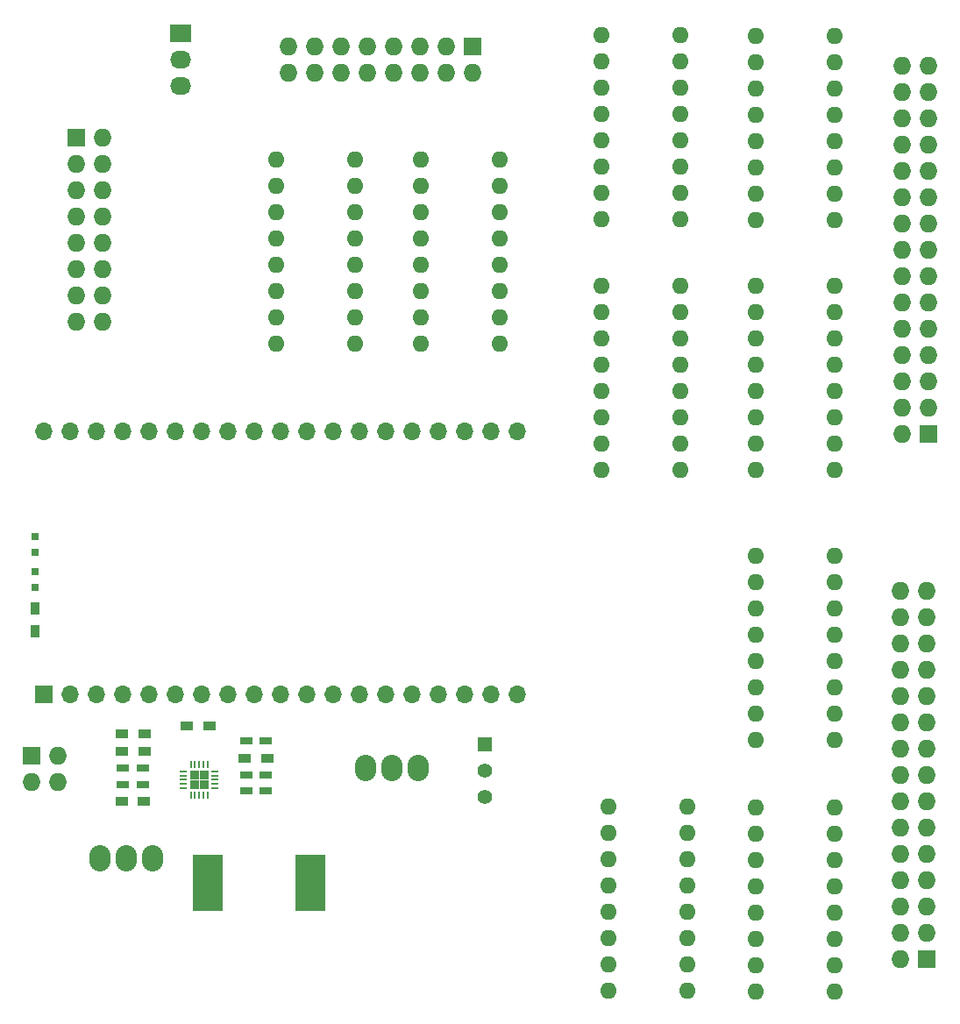
<source format=gbr>
G04 #@! TF.FileFunction,Soldermask,Top*
%FSLAX46Y46*%
G04 Gerber Fmt 4.6, Leading zero omitted, Abs format (unit mm)*
G04 Created by KiCad (PCBNEW 4.0.4-stable) date Mon May  7 18:27:46 2018*
%MOMM*%
%LPD*%
G01*
G04 APERTURE LIST*
%ADD10C,0.100000*%
%ADD11R,1.727200X1.727200*%
%ADD12O,1.727200X1.727200*%
%ADD13R,2.032000X1.727200*%
%ADD14O,2.032000X1.727200*%
%ADD15O,1.600000X1.600000*%
%ADD16O,0.750000X0.200000*%
%ADD17O,0.200000X0.750000*%
%ADD18R,0.925000X0.925000*%
%ADD19R,1.700000X1.700000*%
%ADD20O,1.700000X1.700000*%
%ADD21R,1.200000X0.750000*%
%ADD22R,2.900000X5.400000*%
%ADD23O,2.032000X2.540000*%
%ADD24R,1.200000X0.900000*%
%ADD25R,0.900000X1.200000*%
%ADD26R,1.397000X1.397000*%
%ADD27C,1.397000*%
%ADD28R,0.797560X0.797560*%
G04 APERTURE END LIST*
D10*
D11*
X182397000Y-74168000D03*
D12*
X179857000Y-74168000D03*
X182397000Y-71628000D03*
X179857000Y-71628000D03*
X182397000Y-69088000D03*
X179857000Y-69088000D03*
X182397000Y-66548000D03*
X179857000Y-66548000D03*
X182397000Y-64008000D03*
X179857000Y-64008000D03*
X182397000Y-61468000D03*
X179857000Y-61468000D03*
X182397000Y-58928000D03*
X179857000Y-58928000D03*
X182397000Y-56388000D03*
X179857000Y-56388000D03*
X182397000Y-53848000D03*
X179857000Y-53848000D03*
X182397000Y-51308000D03*
X179857000Y-51308000D03*
X182397000Y-48768000D03*
X179857000Y-48768000D03*
X182397000Y-46228000D03*
X179857000Y-46228000D03*
X182397000Y-43688000D03*
X179857000Y-43688000D03*
X182397000Y-41148000D03*
X179857000Y-41148000D03*
X182397000Y-38608000D03*
X179857000Y-38608000D03*
D11*
X182194000Y-124892000D03*
D12*
X179654000Y-124892000D03*
X182194000Y-122352000D03*
X179654000Y-122352000D03*
X182194000Y-119812000D03*
X179654000Y-119812000D03*
X182194000Y-117272000D03*
X179654000Y-117272000D03*
X182194000Y-114732000D03*
X179654000Y-114732000D03*
X182194000Y-112192000D03*
X179654000Y-112192000D03*
X182194000Y-109652000D03*
X179654000Y-109652000D03*
X182194000Y-107112000D03*
X179654000Y-107112000D03*
X182194000Y-104572000D03*
X179654000Y-104572000D03*
X182194000Y-102032000D03*
X179654000Y-102032000D03*
X182194000Y-99492000D03*
X179654000Y-99492000D03*
X182194000Y-96952000D03*
X179654000Y-96952000D03*
X182194000Y-94412000D03*
X179654000Y-94412000D03*
X182194000Y-91872000D03*
X179654000Y-91872000D03*
X182194000Y-89332000D03*
X179654000Y-89332000D03*
D11*
X100051000Y-45542200D03*
D12*
X102591000Y-45542200D03*
X100051000Y-48082200D03*
X102591000Y-48082200D03*
X100051000Y-50622200D03*
X102591000Y-50622200D03*
X100051000Y-53162200D03*
X102591000Y-53162200D03*
X100051000Y-55702200D03*
X102591000Y-55702200D03*
X100051000Y-58242200D03*
X102591000Y-58242200D03*
X100051000Y-60782200D03*
X102591000Y-60782200D03*
X100051000Y-63322200D03*
X102591000Y-63322200D03*
D11*
X138354000Y-36804600D03*
D12*
X138354000Y-39344600D03*
X135814000Y-36804600D03*
X135814000Y-39344600D03*
X133274000Y-36804600D03*
X133274000Y-39344600D03*
X130734000Y-36804600D03*
X130734000Y-39344600D03*
X128194000Y-36804600D03*
X128194000Y-39344600D03*
X125654000Y-36804600D03*
X125654000Y-39344600D03*
X123114000Y-36804600D03*
X123114000Y-39344600D03*
X120574000Y-36804600D03*
X120574000Y-39344600D03*
D13*
X110134000Y-35483800D03*
D14*
X110134000Y-38023800D03*
X110134000Y-40563800D03*
D15*
X173355000Y-77698600D03*
X173355000Y-75158600D03*
X173355000Y-72618600D03*
X173355000Y-70078600D03*
X173355000Y-67538600D03*
X173355000Y-64998600D03*
X173355000Y-62458600D03*
X173355000Y-59918600D03*
X165735000Y-59918600D03*
X165735000Y-62458600D03*
X165735000Y-64998600D03*
X165735000Y-67538600D03*
X165735000Y-70078600D03*
X165735000Y-72618600D03*
X165735000Y-75158600D03*
X165735000Y-77698600D03*
X158420000Y-53441600D03*
X158420000Y-50901600D03*
X158420000Y-48361600D03*
X158420000Y-45821600D03*
X158420000Y-43281600D03*
X158420000Y-40741600D03*
X158420000Y-38201600D03*
X158420000Y-35661600D03*
X150800000Y-35661600D03*
X150800000Y-38201600D03*
X150800000Y-40741600D03*
X150800000Y-43281600D03*
X150800000Y-45821600D03*
X150800000Y-48361600D03*
X150800000Y-50901600D03*
X150800000Y-53441600D03*
X158420000Y-77673200D03*
X158420000Y-75133200D03*
X158420000Y-72593200D03*
X158420000Y-70053200D03*
X158420000Y-67513200D03*
X158420000Y-64973200D03*
X158420000Y-62433200D03*
X158420000Y-59893200D03*
X150800000Y-59893200D03*
X150800000Y-62433200D03*
X150800000Y-64973200D03*
X150800000Y-67513200D03*
X150800000Y-70053200D03*
X150800000Y-72593200D03*
X150800000Y-75133200D03*
X150800000Y-77673200D03*
X173355000Y-53517800D03*
X173355000Y-50977800D03*
X173355000Y-48437800D03*
X173355000Y-45897800D03*
X173355000Y-43357800D03*
X173355000Y-40817800D03*
X173355000Y-38277800D03*
X173355000Y-35737800D03*
X165735000Y-35737800D03*
X165735000Y-38277800D03*
X165735000Y-40817800D03*
X165735000Y-43357800D03*
X165735000Y-45897800D03*
X165735000Y-48437800D03*
X165735000Y-50977800D03*
X165735000Y-53517800D03*
X173355000Y-128016000D03*
X173355000Y-125476000D03*
X173355000Y-122936000D03*
X173355000Y-120396000D03*
X173355000Y-117856000D03*
X173355000Y-115316000D03*
X173355000Y-112776000D03*
X173355000Y-110236000D03*
X165735000Y-110236000D03*
X165735000Y-112776000D03*
X165735000Y-115316000D03*
X165735000Y-117856000D03*
X165735000Y-120396000D03*
X165735000Y-122936000D03*
X165735000Y-125476000D03*
X165735000Y-128016000D03*
X159131000Y-127965000D03*
X159131000Y-125425000D03*
X159131000Y-122885000D03*
X159131000Y-120345000D03*
X159131000Y-117805000D03*
X159131000Y-115265000D03*
X159131000Y-112725000D03*
X159131000Y-110185000D03*
X151511000Y-110185000D03*
X151511000Y-112725000D03*
X151511000Y-115265000D03*
X151511000Y-117805000D03*
X151511000Y-120345000D03*
X151511000Y-122885000D03*
X151511000Y-125425000D03*
X151511000Y-127965000D03*
X173355000Y-103759000D03*
X173355000Y-101219000D03*
X173355000Y-98679000D03*
X173355000Y-96139000D03*
X173355000Y-93599000D03*
X173355000Y-91059000D03*
X173355000Y-88519000D03*
X173355000Y-85979000D03*
X165735000Y-85979000D03*
X165735000Y-88519000D03*
X165735000Y-91059000D03*
X165735000Y-93599000D03*
X165735000Y-96139000D03*
X165735000Y-98679000D03*
X165735000Y-101219000D03*
X165735000Y-103759000D03*
D16*
X110438000Y-106769000D03*
X110438000Y-107169000D03*
X110438000Y-107569000D03*
X110438000Y-107969000D03*
X110438000Y-108369000D03*
D17*
X111138000Y-109069000D03*
X111538000Y-109069000D03*
X111938000Y-109069000D03*
X112338000Y-109069000D03*
X112738000Y-109069000D03*
D16*
X113438000Y-108369000D03*
X113438000Y-107969000D03*
X113438000Y-107569000D03*
X113438000Y-107169000D03*
X113438000Y-106769000D03*
D17*
X112738000Y-106069000D03*
X112338000Y-106069000D03*
X111938000Y-106069000D03*
X111538000Y-106069000D03*
X111138000Y-106069000D03*
D18*
X112400500Y-108031500D03*
X112400500Y-107106500D03*
X111475500Y-108031500D03*
X111475500Y-107106500D03*
D19*
X96977200Y-99364800D03*
D20*
X96977200Y-73964800D03*
X99517200Y-99364800D03*
X99517200Y-73964800D03*
X102057200Y-99364800D03*
X102057200Y-73964800D03*
X104597200Y-99364800D03*
X104597200Y-73964800D03*
X107137200Y-99364800D03*
X107137200Y-73964800D03*
X109677200Y-99364800D03*
X109677200Y-73964800D03*
X112217200Y-99364800D03*
X112217200Y-73964800D03*
X114757200Y-99364800D03*
X114757200Y-73964800D03*
X117297200Y-99364800D03*
X117297200Y-73964800D03*
X119837200Y-99364800D03*
X119837200Y-73964800D03*
X122377200Y-99364800D03*
X122377200Y-73964800D03*
X124917200Y-99364800D03*
X124917200Y-73964800D03*
X127457200Y-99364800D03*
X127457200Y-73964800D03*
X129997200Y-99364800D03*
X129997200Y-73964800D03*
X132537200Y-99364800D03*
X132537200Y-73964800D03*
X135077200Y-99364800D03*
X135077200Y-73964800D03*
X137617200Y-99364800D03*
X137617200Y-73964800D03*
X140157200Y-99364800D03*
X140157200Y-73964800D03*
X142697200Y-99364800D03*
X142697200Y-73964800D03*
D15*
X133325000Y-47675800D03*
X133325000Y-50215800D03*
X133325000Y-52755800D03*
X133325000Y-55295800D03*
X133325000Y-57835800D03*
X133325000Y-60375800D03*
X133325000Y-62915800D03*
X133325000Y-65455800D03*
X140945000Y-65455800D03*
X140945000Y-62915800D03*
X140945000Y-60375800D03*
X140945000Y-57835800D03*
X140945000Y-55295800D03*
X140945000Y-52755800D03*
X140945000Y-50215800D03*
X140945000Y-47675800D03*
X119355000Y-47726600D03*
X119355000Y-50266600D03*
X119355000Y-52806600D03*
X119355000Y-55346600D03*
X119355000Y-57886600D03*
X119355000Y-60426600D03*
X119355000Y-62966600D03*
X119355000Y-65506600D03*
X126975000Y-65506600D03*
X126975000Y-62966600D03*
X126975000Y-60426600D03*
X126975000Y-57886600D03*
X126975000Y-55346600D03*
X126975000Y-52806600D03*
X126975000Y-50266600D03*
X126975000Y-47726600D03*
D21*
X116474000Y-107112000D03*
X118374000Y-107112000D03*
X104587000Y-108026000D03*
X106487000Y-108026000D03*
X118400000Y-103861000D03*
X116500000Y-103861000D03*
X118374000Y-108661000D03*
X116474000Y-108661000D03*
X104587000Y-106426000D03*
X106487000Y-106426000D03*
D22*
X112779000Y-117516000D03*
X122679000Y-117526000D03*
D23*
X104877000Y-115164000D03*
X107417000Y-115164000D03*
X102337000Y-115164000D03*
X130581000Y-106426000D03*
X133121000Y-106426000D03*
X128041000Y-106426000D03*
D24*
X112911000Y-102387000D03*
X110711000Y-102387000D03*
X106662000Y-104800000D03*
X104462000Y-104800000D03*
X116324000Y-105486000D03*
X118524000Y-105486000D03*
X106662000Y-103124000D03*
X104462000Y-103124000D03*
X104437000Y-109677000D03*
X106637000Y-109677000D03*
D25*
X96139000Y-91025800D03*
X96139000Y-93225800D03*
D26*
X139497000Y-104191000D03*
D27*
X139497000Y-106731000D03*
X139497000Y-109271000D03*
D28*
X96139000Y-89014300D03*
X96139000Y-87515700D03*
X96139000Y-84137500D03*
X96139000Y-85636100D03*
D11*
X95783400Y-105283000D03*
D12*
X98323400Y-105283000D03*
X95783400Y-107823000D03*
X98323400Y-107823000D03*
M02*

</source>
